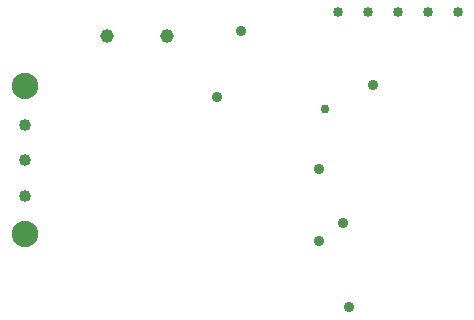
<source format=gbr>
%TF.GenerationSoftware,Altium Limited,Altium Designer,24.0.1 (36)*%
G04 Layer_Color=0*
%FSLAX45Y45*%
%MOMM*%
%TF.SameCoordinates,EA0AF7FB-948C-45CD-8237-9CE77542C851*%
%TF.FilePolarity,Positive*%
%TF.FileFunction,Plated,1,2,PTH,Drill*%
%TF.Part,Single*%
G01*
G75*
%TA.AperFunction,ComponentDrill*%
%ADD65C,1.01000*%
%ADD66C,2.24000*%
%ADD67C,0.85000*%
%ADD68C,1.15000*%
%TA.AperFunction,ViaDrill,NotFilled*%
%ADD69C,0.90000*%
%ADD70C,0.75000*%
D65*
X350000Y1796415D02*
D03*
Y1496415D02*
D03*
Y1196415D02*
D03*
D66*
Y2121415D02*
D03*
Y871415D02*
D03*
D67*
X4016000Y2750000D02*
D03*
X3000000D02*
D03*
X3254000D02*
D03*
X3508000D02*
D03*
X3762000D02*
D03*
D68*
X1554000Y2550000D02*
D03*
X1046000D02*
D03*
D69*
X3098800Y254000D02*
D03*
X2844800Y812800D02*
D03*
Y1422400D02*
D03*
X2184400Y2590800D02*
D03*
X1981200Y2032000D02*
D03*
X3048000Y965200D02*
D03*
X3302000Y2133600D02*
D03*
D70*
X2895600Y1930400D02*
D03*
%TF.MD5,69092ad24ed2d86f5fee31828cc958e5*%
M02*

</source>
